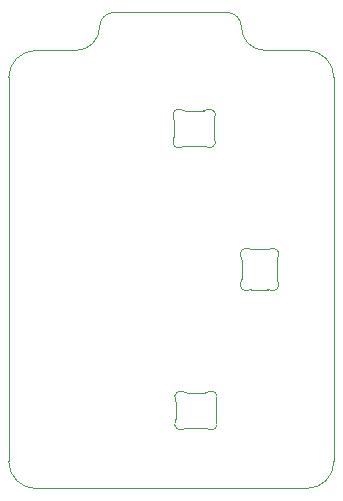
<source format=gbr>
%TF.GenerationSoftware,KiCad,Pcbnew,(5.1.10)-1*%
%TF.CreationDate,2021-09-22T23:45:30+02:00*%
%TF.ProjectId,iso,69736f2e-6b69-4636-9164-5f7063625858,rev?*%
%TF.SameCoordinates,Original*%
%TF.FileFunction,Profile,NP*%
%FSLAX46Y46*%
G04 Gerber Fmt 4.6, Leading zero omitted, Abs format (unit mm)*
G04 Created by KiCad (PCBNEW (5.1.10)-1) date 2021-09-22 23:45:30*
%MOMM*%
%LPD*%
G01*
G04 APERTURE LIST*
%TA.AperFunction,Profile*%
%ADD10C,0.100000*%
%TD*%
G04 APERTURE END LIST*
D10*
X159747661Y-62259199D02*
G75*
G02*
X160966862Y-63478400I0J-1219201D01*
G01*
X148966862Y-63478400D02*
G75*
G02*
X150186063Y-62259199I1219201J0D01*
G01*
X141274800Y-67767200D02*
G75*
G02*
X143560800Y-65481200I2286000J0D01*
G01*
X166522400Y-65481200D02*
G75*
G02*
X168808400Y-67767200I0J-2286000D01*
G01*
X168808400Y-100279200D02*
G75*
G02*
X166522400Y-102565200I-2286000J0D01*
G01*
X143560800Y-102565200D02*
G75*
G02*
X141274800Y-100279200I0J2286000D01*
G01*
X148966862Y-63478400D02*
G75*
G02*
X146966862Y-65478400I-2000000J0D01*
G01*
X166522400Y-65481200D02*
X162966862Y-65478400D01*
X162966862Y-65478400D02*
G75*
G02*
X160966862Y-63478400I0J2000000D01*
G01*
X159747661Y-62259199D02*
X150186063Y-62259199D01*
X141274800Y-67767200D02*
X141274800Y-100279200D01*
X168808400Y-100279200D02*
X168808400Y-67767200D01*
X146966862Y-65478400D02*
X143560800Y-65481200D01*
X143560800Y-102565200D02*
X166522400Y-102565200D01*
%TO.C,LED3*%
X158018710Y-70516901D02*
G75*
G02*
X157766452Y-70585200I-252258J431701D01*
G01*
X156177548Y-70585200D02*
G75*
G02*
X155925289Y-70516901I0J500000D01*
G01*
X155222516Y-71165481D02*
G75*
G02*
X155925289Y-70516901I450515J216879D01*
G01*
X155222517Y-71165481D02*
G75*
G02*
X155272001Y-71382358I-450516J-216877D01*
G01*
X155272001Y-72788043D02*
G75*
G02*
X155222516Y-73004920I-500000J1D01*
G01*
X155925289Y-73653497D02*
G75*
G02*
X155222516Y-73004920I-252258J431700D01*
G01*
X155925289Y-73653498D02*
G75*
G02*
X156177547Y-73585199I252258J-431701D01*
G01*
X157766453Y-73585200D02*
G75*
G02*
X158018711Y-73653499I-1J-499999D01*
G01*
X158721484Y-73004920D02*
G75*
G02*
X158018711Y-73653499I-450515J-216878D01*
G01*
X158721484Y-73004920D02*
G75*
G02*
X158671999Y-72788042I450515J216878D01*
G01*
X158671999Y-71382357D02*
G75*
G02*
X158721484Y-71165480I500000J-1D01*
G01*
X158018711Y-70516903D02*
G75*
G02*
X158721484Y-71165480I252258J-431700D01*
G01*
X156177548Y-70585200D02*
X157766452Y-70585200D01*
X155272001Y-72788043D02*
X155272001Y-71382358D01*
X157766453Y-73585200D02*
X156177547Y-73585199D01*
X158671999Y-71382357D02*
X158671999Y-72788042D01*
%TO.C,LED2*%
X160940901Y-82976490D02*
G75*
G02*
X161009200Y-83228748I-431701J-252258D01*
G01*
X161009200Y-84817652D02*
G75*
G02*
X160940901Y-85069911I-500000J0D01*
G01*
X161589481Y-85772684D02*
G75*
G02*
X160940901Y-85069911I-216879J450515D01*
G01*
X161589481Y-85772683D02*
G75*
G02*
X161806358Y-85723199I216877J-450516D01*
G01*
X163212043Y-85723199D02*
G75*
G02*
X163428920Y-85772684I-1J-500000D01*
G01*
X164077497Y-85069911D02*
G75*
G02*
X163428920Y-85772684I-431700J-252258D01*
G01*
X164077498Y-85069911D02*
G75*
G02*
X164009199Y-84817653I431701J252258D01*
G01*
X164009200Y-83228747D02*
G75*
G02*
X164077499Y-82976489I499999J-1D01*
G01*
X163428920Y-82273716D02*
G75*
G02*
X164077499Y-82976489I216878J-450515D01*
G01*
X163428920Y-82273716D02*
G75*
G02*
X163212042Y-82323201I-216878J450515D01*
G01*
X161806357Y-82323201D02*
G75*
G02*
X161589480Y-82273716I1J500000D01*
G01*
X160940903Y-82976489D02*
G75*
G02*
X161589480Y-82273716I431700J252258D01*
G01*
X161009200Y-84817652D02*
X161009200Y-83228748D01*
X163212043Y-85723199D02*
X161806358Y-85723199D01*
X164009200Y-83228747D02*
X164009199Y-84817653D01*
X161806357Y-82323201D02*
X163212042Y-82323201D01*
%TO.C,LED1*%
X158171110Y-94392901D02*
G75*
G02*
X157918852Y-94461200I-252258J431701D01*
G01*
X156329948Y-94461200D02*
G75*
G02*
X156077689Y-94392901I0J500000D01*
G01*
X155374916Y-95041481D02*
G75*
G02*
X156077689Y-94392901I450515J216879D01*
G01*
X155374917Y-95041481D02*
G75*
G02*
X155424401Y-95258358I-450516J-216877D01*
G01*
X155424401Y-96664043D02*
G75*
G02*
X155374916Y-96880920I-500000J1D01*
G01*
X156077689Y-97529497D02*
G75*
G02*
X155374916Y-96880920I-252258J431700D01*
G01*
X156077689Y-97529498D02*
G75*
G02*
X156329947Y-97461199I252258J-431701D01*
G01*
X157918853Y-97461200D02*
G75*
G02*
X158171111Y-97529499I-1J-499999D01*
G01*
X158873884Y-96880920D02*
G75*
G02*
X158171111Y-97529499I-450515J-216878D01*
G01*
X158873884Y-96880920D02*
G75*
G02*
X158824399Y-96664042I450515J216878D01*
G01*
X158824399Y-95258357D02*
G75*
G02*
X158873884Y-95041480I500000J-1D01*
G01*
X158171111Y-94392903D02*
G75*
G02*
X158873884Y-95041480I252258J-431700D01*
G01*
X156329948Y-94461200D02*
X157918852Y-94461200D01*
X155424401Y-96664043D02*
X155424401Y-95258358D01*
X157918853Y-97461200D02*
X156329947Y-97461199D01*
X158824399Y-95258357D02*
X158824399Y-96664042D01*
%TD*%
M02*

</source>
